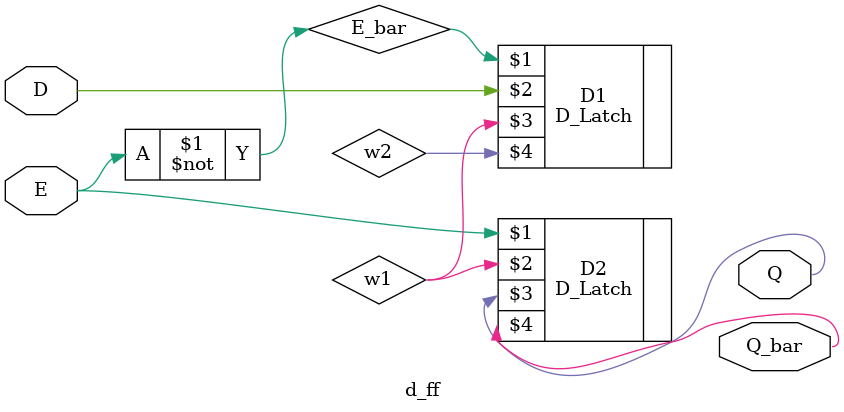
<source format=v>
module d_ff(D,E,Q,Q_bar);
	input D,E;
	output Q,Q_bar;
	wire w1,w2,E_bar,D_bar;
	not not1(E_bar,E);
	D_Latch D1(E_bar,D,w1,w2);
	D_Latch D2(E,w1,Q,Q_bar);
endmodule

</source>
